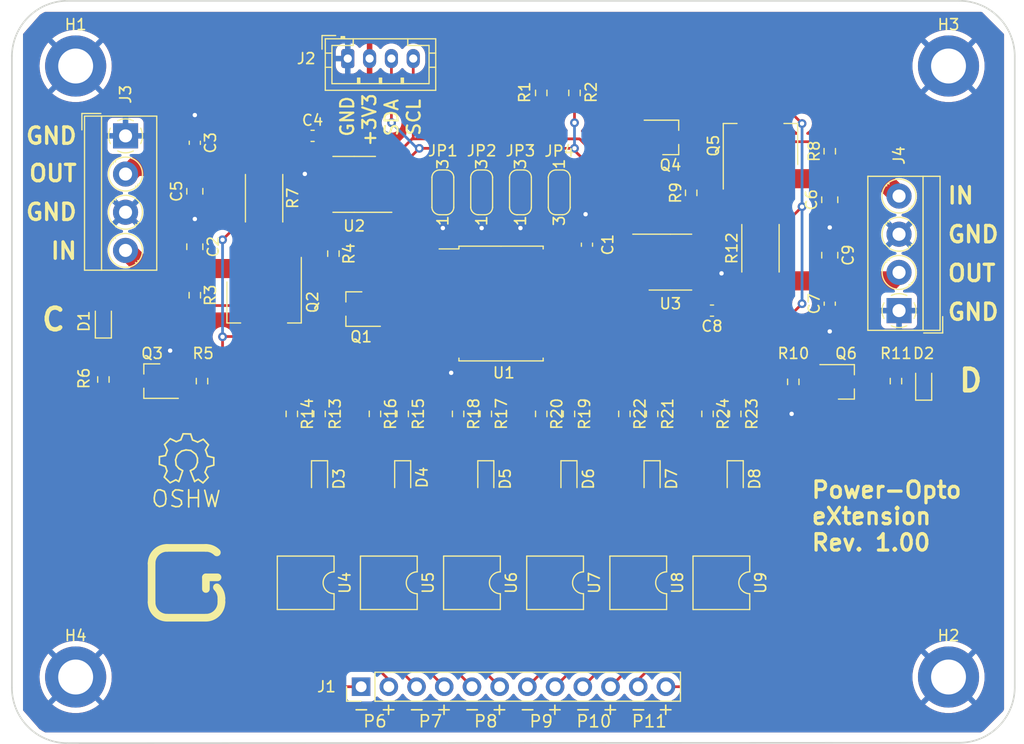
<source format=kicad_pcb>
(kicad_pcb (version 20211014) (generator pcbnew)
  (layers (0 "F.Cu" signal) (31 "B.Cu" signal) (34 "B.Paste" user) (35 "F.Paste" user) (36 "B.SilkS" user "B.Silkscreen") (37 "F.SilkS" user "F.Silkscreen") (38 "B.Mask" user) (39 "F.Mask" user) (44 "Edge.Cuts" user))
  (net 0 "")
  (net 1 "GND")
  (net 2 "+3V3")
  (net 3 "Net-(D3-Pad1)")
  (net 4 "Net-(D4-Pad1)")
  (net 5 "Net-(D5-Pad1)")
  (net 6 "Net-(D6-Pad1)")
  (net 7 "Net-(D7-Pad1)")
  (net 8 "Net-(D8-Pad1)")
  (net 9 "/Power Channel C/IN")
  (net 10 "/Power Channel C/OUT")
  (net 11 "/Power Channel D/IN")
  (net 12 "/Power Channel D/OUT")
  (net 13 "Net-(D1-Pad1)")
  (net 14 "Net-(D2-Pad1)")
  (net 15 "P6-")
  (net 16 "P6+")
  (net 17 "P7-")
  (net 18 "P7+")
  (net 19 "P8-")
  (net 20 "P8+")
  (net 21 "P9-")
  (net 22 "P9+")
  (net 23 "P10-")
  (net 24 "P10+")
  (net 25 "Net-(Q2-Pad1)")
  (net 26 "Net-(Q5-Pad1)")
  (net 27 "P11-")
  (net 28 "Net-(R20-Pad2)")
  (net 29 "Net-(R22-Pad2)")
  (net 30 "Net-(R24-Pad2)")
  (net 31 "P11+")
  (net 32 "Net-(JP1-Pad2)")
  (net 33 "Net-(Q1-Pad3)")
  (net 34 "Net-(Q3-Pad3)")
  (net 35 "Net-(Q4-Pad3)")
  (net 36 "Net-(Q6-Pad3)")
  (net 37 "Net-(JP2-Pad2)")
  (net 38 "Net-(JP3-Pad2)")
  (net 39 "SCL")
  (net 40 "SDA")
  (net 41 "Net-(Q2-Pad2)")
  (net 42 "Net-(Q5-Pad2)")
  (net 43 "/Power Channel C/A1")
  (net 44 "PWRC_EN")
  (net 45 "PWRD_EN")
  (net 46 "P6")
  (net 47 "Net-(R14-Pad2)")
  (net 48 "P7")
  (net 49 "Net-(R16-Pad2)")
  (net 50 "P8")
  (net 51 "Net-(R18-Pad2)")
  (net 52 "P9")
  (net 53 "P10")
  (net 54 "P11")
  (footprint "LED_SMD:LED_0603_1608Metric_Pad1.05x0.95mm_HandSolder" (layer "F.Cu") (at 171.45 109.855 -90)
    (fp_text reference "D7")
    (fp_text value "Yellow")
  )
  (footprint "Resistor_SMD:R_0603_1608Metric_Pad0.98x0.95mm_HandSolder" (layer "F.Cu") (at 171.45 103.9 -90)
    (fp_text reference "R21")
    (fp_text value "1K")
  )
  (footprint "LED_SMD:LED_0603_1608Metric_Pad1.05x0.95mm_HandSolder" (layer "F.Cu") (at 148.59 109.855 -90)
    (fp_text reference "D4")
    (fp_text value "Yellow")
  )
  (footprint "Resistor_SMD:R_0603_1608Metric_Pad0.98x0.95mm_HandSolder" (layer "F.Cu") (at 179.07 103.9 -90)
    (fp_text reference "R23")
    (fp_text value "1K")
  )
  (footprint "LED_SMD:LED_0603_1608Metric_Pad1.05x0.95mm_HandSolder" (layer "F.Cu") (at 156.21 109.855 -90)
    (fp_text reference "D5")
    (fp_text value "Yellow")
  )
  (footprint "LED_SMD:LED_0603_1608Metric_Pad1.05x0.95mm_HandSolder" (layer "F.Cu") (at 163.83 109.855 -90)
    (fp_text reference "D6")
    (fp_text value "Yellow")
  )
  (footprint "LED_SMD:LED_0603_1608Metric_Pad1.05x0.95mm_HandSolder" (layer "F.Cu") (at 179.07 109.855 -90)
    (fp_text reference "D8")
    (fp_text value "Yellow")
  )
  (footprint "Resistor_SMD:R_0603_1608Metric_Pad0.98x0.95mm_HandSolder" (layer "F.Cu") (at 163.83 103.9 -90)
    (fp_text reference "R19")
    (fp_text value "1K")
  )
  (footprint "Resistor_SMD:R_0603_1608Metric_Pad0.98x0.95mm_HandSolder" (layer "F.Cu") (at 140.97 103.9 -90)
    (fp_text reference "R13")
    (fp_text value "1K")
  )
  (footprint "Resistor_SMD:R_0603_1608Metric_Pad0.98x0.95mm_HandSolder" (layer "F.Cu") (at 148.59 103.9 -90)
    (fp_text reference "R15")
    (fp_text value "1K")
  )
  (footprint "Resistor_SMD:R_0603_1608Metric_Pad0.98x0.95mm_HandSolder" (layer "F.Cu") (at 156.21 103.9 -90)
    (fp_text reference "R17")
    (fp_text value "1K")
  )
  (footprint "Resistor_SMD:R_0603_1608Metric_Pad0.98x0.95mm_HandSolder" (layer "F.Cu") (at 175.034 83.63875 90)
    (fp_text reference "R9")
    (fp_text value "47K")
  )
  (footprint "LED_SMD:LED_0603_1608Metric_Pad1.05x0.95mm_HandSolder" (layer "F.Cu") (at 140.97 109.855 -90)
    (fp_text reference "D3")
    (fp_text value "Yellow")
  )
  (footprint "Resistor_SMD:R_0603_1608Metric_Pad0.98x0.95mm_HandSolder" (layer "F.Cu") (at 161.29 103.9 -90)
    (fp_text reference "R20")
    (fp_text value "270")
  )
  (footprint "Resistor_SMD:R_0603_1608Metric_Pad0.98x0.95mm_HandSolder" (layer "F.Cu") (at 176.53 103.9 -90)
    (fp_text reference "R24")
    (fp_text value "270")
  )
  (footprint "Resistor_SMD:R_0603_1608Metric_Pad0.98x0.95mm_HandSolder" (layer "F.Cu") (at 168.91 103.9 -90)
    (fp_text reference "R22")
    (fp_text value "270")
  )
  (footprint "Resistor_SMD:R_0603_1608Metric_Pad0.98x0.95mm_HandSolder" (layer "F.Cu") (at 153.67 103.9 -90)
    (fp_text reference "R18")
    (fp_text value "270")
  )
  (footprint "Resistor_SMD:R_0603_1608Metric_Pad0.98x0.95mm_HandSolder" (layer "F.Cu") (at 146.05 103.9 -90)
    (fp_text reference "R16")
    (fp_text value "270")
  )
  (footprint "Resistor_SMD:R_0603_1608Metric_Pad0.98x0.95mm_HandSolder" (layer "F.Cu") (at 138.43 103.9 -90)
    (fp_text reference "R14")
    (fp_text value "270")
  )
  (footprint "Package_DIP:SMDIP-4_W7.62mm" (layer "F.Cu") (at 177.8 119.38 -90)
    (fp_text reference "U9")
    (fp_text value "HCPL-181")
  )
  (footprint "Package_DIP:SMDIP-4_W7.62mm" (layer "F.Cu") (at 162.56 119.38 -90)
    (fp_text reference "U7")
    (fp_text value "HCPL-181")
  )
  (footprint "Package_DIP:SMDIP-4_W7.62mm" (layer "F.Cu") (at 139.7 119.38 -90)
    (fp_text reference "U4")
    (fp_text value "HCPL-181")
  )
  (footprint "Package_DIP:SMDIP-4_W7.62mm" (layer "F.Cu") (at 170.18 119.38 -90)
    (fp_text reference "U8")
    (fp_text value "HCPL-181")
  )
  (footprint "Package_DIP:SMDIP-4_W7.62mm" (layer "F.Cu") (at 154.94 119.38 -90)
    (fp_text reference "U6")
    (fp_text value "HCPL-181")
  )
  (footprint "Package_DIP:SMDIP-4_W7.62mm" (layer "F.Cu") (at 147.32 119.38 -90)
    (fp_text reference "U5")
    (fp_text value "HCPL-181")
  )
  (footprint "LED_SMD:LED_0603_1608Metric_Pad1.05x0.95mm_HandSolder" (layer "F.Cu") (at 196.342 100.979 90)
    (fp_text reference "D2")
    (fp_text value "Green")
  )
  (footprint "Package_SO:SOIC-8_3.9x4.9mm_P1.27mm" (layer "F.Cu") (at 144.145 82.86275 180)
    (fp_text reference "U2")
    (fp_text value "INA219xID")
  )
  (footprint "Package_TO_SOT_SMD:SOT-223-3_TabPin2" (layer "F.Cu") (at 181.384 79.19375 90)
    (fp_text reference "Q5")
    (fp_text value "NTF6P02")
  )
  (footprint "TerminalBlock_MetzConnect:TerminalBlock_MetzConnect_Type059_RT06304HBWC_1x04_P3.50mm_Horizontal" (layer "F.Cu") (at 194.084 94.43375 90)
    (fp_text reference "J4")
    (fp_text value "Screw_Terminal_01x04")
  )
  (footprint "Resistor_SMD:R_2512_6332Metric_Pad1.40x3.35mm_HandSolder" (layer "F.Cu") (at 181.384 88.71875 90)
    (fp_text reference "R12")
    (fp_text value "0.1 1% 2W")
  )
  (footprint "Capacitor_SMD:C_0805_2012Metric_Pad1.18x1.45mm_HandSolder" (layer "F.Cu") (at 187.734 89.35375 -90)
    (fp_text reference "C9")
    (fp_text value "10µ")
  )
  (footprint "Package_SO:SOIC-8_3.9x4.9mm_P1.27mm" (layer "F.Cu") (at 173.129 89.98875)
    (fp_text reference "U3")
    (fp_text value "INA219xID")
  )
  (footprint "Resistor_SMD:R_0603_1608Metric_Pad0.98x0.95mm_HandSolder" (layer "F.Cu") (at 187.734 79.82875 90)
    (fp_text reference "R8")
    (fp_text value "47K")
  )
  (footprint "Capacitor_SMD:C_0603_1608Metric_Pad1.08x0.95mm_HandSolder" (layer "F.Cu") (at 176.939 94.43375 180)
    (fp_text reference "C8")
    (fp_text value "100n")
  )
  (footprint "Capacitor_SMD:C_0805_2012Metric_Pad1.18x1.45mm_HandSolder" (layer "F.Cu") (at 187.734 84.27375 90)
    (fp_text reference "C6")
    (fp_text value "10µ")
  )
  (footprint "Capacitor_SMD:C_0603_1608Metric_Pad1.08x0.95mm_HandSolder" (layer "F.Cu") (at 187.734 93.79875 90)
    (fp_text reference "C7")
    (fp_text value "100n")
  )
  (footprint "Package_TO_SOT_SMD:SOT-23_Handsoldering" (layer "F.Cu") (at 173.129 78.55875)
    (fp_text reference "Q4")
    (fp_text value "2N7002")
  )
  (footprint "Resistor_SMD:R_0603_1608Metric_Pad0.98x0.95mm_HandSolder" (layer "F.Cu") (at 193.802 100.89675 90)
    (fp_text reference "R11")
    (fp_text value "1K")
  )
  (footprint "Resistor_SMD:R_2512_6332Metric_Pad1.40x3.35mm_HandSolder" (layer "F.Cu") (at 135.89 84.13275 -90)
    (fp_text reference "R7")
    (fp_text value "0.1 1% 2W")
  )
  (footprint "TerminalBlock_MetzConnect:TerminalBlock_MetzConnect_Type059_RT06304HBWC_1x04_P3.50mm_Horizontal" (layer "F.Cu") (at 123.19 78.41775 -90)
    (fp_text reference "J3")
    (fp_text value "Screw_Terminal_01x04")
  )
  (footprint "Package_TO_SOT_SMD:SOT-23_Handsoldering" (layer "F.Cu") (at 125.6265 100.89675 180)
    (fp_text reference "Q3")
    (fp_text value "2N7002")
  )
  (footprint "Capacitor_SMD:C_0805_2012Metric_Pad1.18x1.45mm_HandSolder" (layer "F.Cu") (at 129.54 83.49775 90)
    (fp_text reference "C5")
    (fp_text value "10µ")
  )
  (footprint "Resistor_SMD:R_0603_1608Metric_Pad0.98x0.95mm_HandSolder" (layer "F.Cu") (at 129.54 93.02275 -90)
    (fp_text reference "R3")
    (fp_text value "47K")
  )
  (footprint "Capacitor_SMD:C_0603_1608Metric_Pad1.08x0.95mm_HandSolder" (layer "F.Cu") (at 129.54 79.05275 -90)
    (fp_text reference "C3")
    (fp_text value "100n")
  )
  (footprint "Capacitor_SMD:C_0805_2012Metric_Pad1.18x1.45mm_HandSolder" (layer "F.Cu") (at 129.54 88.57775 -90)
    (fp_text reference "C2")
    (fp_text value "10µ")
  )
  (footprint "Resistor_SMD:R_0603_1608Metric_Pad0.98x0.95mm_HandSolder" (layer "F.Cu") (at 142.24 89.21275 -90)
    (fp_text reference "R4")
    (fp_text value "47K")
  )
  (footprint "Capacitor_SMD:C_0603_1608Metric_Pad1.08x0.95mm_HandSolder" (layer "F.Cu") (at 140.335 78.41775)
    (fp_text reference "C4")
    (fp_text value "100n")
  )
  (footprint "Resistor_SMD:R_0603_1608Metric_Pad0.98x0.95mm_HandSolder" (layer "F.Cu") (at 130.1985 100.89675 90)
    (fp_text reference "R5")
    (fp_text value "100K")
  )
  (footprint "Package_TO_SOT_SMD:SOT-223-3_TabPin2" (layer "F.Cu") (at 135.89 93.65775 -90)
    (fp_text reference "Q2")
    (fp_text value "NTF6P02")
  )
  (footprint "Package_TO_SOT_SMD:SOT-23_Handsoldering" (layer "F.Cu") (at 144.145 94.29275 180)
    (fp_text reference "Q1")
    (fp_text value "2N7002")
  )
  (footprint "Symbols:Symbol_OSHW-Logo_SilkScreen" (layer "F.Cu") (at 128.778 108.204)
    (fp_text reference "OSHW" hide)
    (fp_text value "Symbol_OSHW-Logo_SilkScreen")
  )
  (footprint "LED_SMD:LED_0603_1608Metric_Pad1.05x0.95mm_HandSolder" (layer "F.Cu") (at 121.158 95.28525 90)
    (fp_text reference "D1")
    (fp_text value "Green")
  )
  (footprint "Resistor_SMD:R_0603_1608Metric_Pad0.98x0.95mm_HandSolder" (layer "F.Cu") (at 121.158 100.74625 -90)
    (fp_text reference "R6")
    (fp_text value "1K")
  )
  (footprint "Resistor_SMD:R_0603_1608Metric_Pad0.98x0.95mm_HandSolder" (layer "F.Cu") (at 184.39 100.96275 -90)
    (fp_text reference "R10")
    (fp_text value "100K")
  )
  (footprint "Connector_PinHeader_2.54mm:PinHeader_1x12_P2.54mm_Vertical" (layer "F.Cu") (at 144.78 128.905 90)
    (fp_text reference "J1")
    (fp_text value "Conn_01x12_Male")
  )
  (footprint "Package_TO_SOT_SMD:SOT-23_Handsoldering" (layer "F.Cu") (at 189.23 100.96275)
    (fp_text reference "Q6")
    (fp_text value "2N7002")
  )
  (footprint "MountingHole:MountingHole_3.2mm_M3_DIN965_Pad" (layer "F.Cu") (at 198.618 128.016)
    (fp_text reference "H2")
    (fp_text value "MountingHole_Pad")
  )
  (footprint "MountingHole:MountingHole_3.2mm_M3_DIN965_Pad" (layer "F.Cu") (at 198.618 72.016)
    (fp_text reference "H3")
    (fp_text value "MountingHole_Pad")
  )
  (footprint "MountingHole:MountingHole_3.2mm_M3_DIN965_Pad" (layer "F.Cu") (at 118.618 128.016)
    (fp_text reference "H4")
    (fp_text value "MountingHole_Pad")
  )
  (footprint "MountingHole:MountingHole_3.2mm_M3_DIN965_Pad" (layer "F.Cu") (at 118.618 72.016)
    (fp_text reference "H1")
    (fp_text value "MountingHole_Pad")
  )
  (footprint "Connector_JST:JST_PH_B4B-PH-K_1x04_P2.00mm_Vertical" (layer "F.Cu") (at 143.558 71.332)
    (fp_text reference "J2")
    (fp_text value "Conn_01x04_Male")
  )
  (footprint "geert:Glider_bvba_G_Medium" (layer "F.Cu") (at 128.778 119.38)
    (fp_text reference "Glider" hide)
    (fp_text value "Glider logo")
  )
  (footprint "Jumper:SolderJumper-3_P1.3mm_Bridged12_RoundedPad1.0x1.5mm_NumberLabels" (layer "F.Cu") (at 162.941 83.59475 -90)
    (fp_text reference "JP4")
    (fp_text value "SolderJumper_3_Bridged12")
  )
  (footprint "Resistor_SMD:R_0603_1608Metric_Pad0.98x0.95mm_HandSolder" (layer "F.Cu") (at 164.338 74.48075 -90)
    (fp_text reference "R2")
    (fp_text value "4K7")
  )
  (footprint "Jumper:SolderJumper-3_P1.3mm_Bridged12_RoundedPad1.0x1.5mm_NumberLabels" (layer "F.Cu") (at 152.273 83.59475 90)
    (fp_text reference "JP1")
    (fp_text value "SolderJumper_3_Bridged12")
  )
  (footprint "Jumper:SolderJumper-3_P1.3mm_Bridged12_RoundedPad1.0x1.5mm_NumberLabels" (layer "F.Cu") (at 159.385 83.59475 90)
    (fp_text reference "JP3")
    (fp_text value "SolderJumper_3_Bridged12")
  )
  (footprint "Resistor_SMD:R_0603_1608Metric_Pad0.98x0.95mm_HandSolder" (layer "F.Cu") (at 161.29 74.48075 -90)
    (fp_text reference "R1")
    (fp_text value "4K7")
  )
  (footprint "Capacitor_SMD:C_0603_1608Metric_Pad1.08x0.95mm_HandSolder" (layer "F.Cu") (at 165.481 88.392 90)
    (fp_text reference "C1")
    (fp_text value "100n")
  )
  (footprint "Package_SO:SOIC-16W_7.5x10.3mm_P1.27mm" (layer "F.Cu") (at 157.607 93.78475)
    (fp_text reference "U1")
    (fp_text value "PCF8574")
  )
  (footprint "Jumper:SolderJumper-3_P1.3mm_Bridged12_RoundedPad1.0x1.5mm_NumberLabels" (layer "F.Cu") (at 155.829 83.59475 90)
    (fp_text reference "JP2")
    (fp_text value "SolderJumper_3_Bridged12")
  )
  (gr_line (start 204.687898 128.959796) (end 204.687898 71.12) (layer "Edge.Cuts") (width 0.15))
  (gr_arc (start 117.855998 134.075898) (mid 114.263896 132.588) (end 112.775998 128.995898) (layer "Edge.Cuts") (width 0.15))
  (gr_arc (start 204.687898 128.959796) (mid 203.2 132.551898) (end 199.607898 134.039796) (layer "Edge.Cuts") (width 0.15))
  (gr_line (start 117.856 66.04) (end 199.607898 66.04) (layer "Edge.Cuts") (width 0.15))
  (gr_line (start 117.855998 134.075898) (end 199.607898 134.039796) (layer "Edge.Cuts") (width 0.15))
  (gr_arc (start 112.776 71.083898) (mid 114.287069 67.525654) (end 117.856 66.04) (layer "Edge.Cuts") (width 0.15))
  (gr_line (start 112.776 71.083898) (end 112.775998 128.995898) (layer "Edge.Cuts") (width 0.15))
  (gr_arc (start 199.607898 66.04) (mid 203.2 67.527898) (end 204.687898 71.12) (layer "Edge.Cuts") (width 0.15))
  (gr_text "IN\n" (at 118.872 88.95875) (layer "F.SilkS") (effects (font (size 1.5 1.5) (thickness 0.3)) (justify right)))
  (gr_text "OUT\n" (at 118.872 81.84675) (layer "F.SilkS") (effects (font (size 1.5 1.5) (thickness 0.3)) (justify right)))
  (gr_text "GND" (at 198.402 87.44875) (layer "F.SilkS") (effects (font (size 1.5 1.5) (thickness 0.3)) (justify left)))
  (gr_text "OUT" (at 198.402 91.00475) (layer "F.SilkS") (effects (font (size 1.5 1.5) (thickness 0.3)) (justify left)))
  (gr_text "GND" (at 143.51 74.676 90) (layer "F.SilkS") (effects (font (size 1.2 1.2) (thickness 0.2)) (justify right)))
  (gr_text "SCL" (at 149.606 74.93 90) (layer "F.SilkS") (effects (font (size 1.2 1.2) (thickness 0.2)) (justify right)))
  (gr_text "GND" (at 118.872 78.41775) (layer "F.SilkS") (effects (font (size 1.5 1.5) (thickness 0.3)) (justify right)))
  (gr_text "- +" (at 146.05 130.937) (layer "F.SilkS") (effects (font (size 1.1 1.25))))
  (gr_text "P7" (at 151.13 132.08) (layer "F.SilkS") (effects (font (size 1.1 1.1))))
  (gr_text "- +" (at 151.13 130.937) (layer "F.SilkS") (effects (font (size 1.1 1.25))))
  (gr_text "- +" (at 171.45 130.937) (layer "F.SilkS") (effects (font (size 1.1 1.25))))
  (gr_text "P10" (at 166.116 132.08) (layer "F.SilkS") (effects (font (size 1.1 1.1))))
  (gr_text "P11" (at 171.196 132.08) (layer "F.SilkS") (effects (font (size 1.1 1.1))))
  (gr_text "P6" (at 146.05 132.08) (layer "F.SilkS") (effects (font (size 1.1 1.1))))
  (gr_text "GND" (at 198.402 94.56075) (layer "F.SilkS") (effects (font (size 1.5 1.5) (thickness 0.3)) (justify left)))
  (gr_text "GND" (at 118.872 85.40275) (layer "F.SilkS") (effects (font (size 1.5 1.5) (thickness 0.3)) (justify right)))
  (gr_text "C" (at 116.586 95.25) (layer "F.SilkS") (effects (font (size 2 2) (thickness 0.4))))
  (gr_text "P8" (at 156.21 132.08) (layer "F.SilkS") (effects (font (size 1.1 1.1))))
  (gr_text "IN" (at 198.402 83.89275) (layer "F.SilkS") (effects (font (size 1.5 1.5) (thickness 0.3)) (justify left)))
  (gr_text "- +" (at 156.21 130.937) (layer "F.SilkS") (effects (font (size 1.1 1.25))))
  (gr_text "+3V3" (at 145.542 74.422 90) (layer "F.SilkS") (effects (font (size 1.2 1.2) (thickness 0.2)) (justify right)))
  (gr_text "Power-Opto\neXtension\nRev. 1.00" (at 185.928 113.284) (layer "F.SilkS") (effects (font (size 1.5 1.5) (thickness 0.3)) (justify left)))
  (gr_text "- +" (at 161.29 130.937) (layer "F.SilkS") (effects (font (size 1.1 1.25))))
  (gr_text "P9" (at 161.29 132.08) (layer "F.SilkS") (effects (font (size 1.1 1.1))))
  (gr_text "SDA" (at 147.574 74.93 90) (layer "F.SilkS") (effects (font (size 1.2 1.2) (thickness 0.2)) (justify right)))
  (gr_text "- +" (at 166.37 130.937) (layer "F.SilkS") (effects (font (size 1.1 1.25))))
  (gr_text "D" (at 200.66 100.838) (layer "F.SilkS") (effects (font (size 2 2) (thickness 0.4))))
  (segment (start 177.418998 90.62375) (end 177.813999 91.018751) (width 0.25) (layer "F.Cu") (net 1))
  (segment (start 175.829 90.62375) (end 177.418998 90.62375) (width 0.25) (layer "F.Cu") (net 1))
  (segment (start 141.606298 82.29955) (end 140.0163 82.29955) (width 0.25) (layer "F.Cu") (net 1))
  (segment (start 139.621299 78.429551) (end 139.621299 81.338864) (width 0.25) (layer "F.Cu") (net 1))
  (segment (start 140.0163 82.29955) (end 139.621299 81.904549) (width 0.25) (layer "F.Cu") (net 1))
  (segment (start 139.621299 81.338864) (end 139.621299 81.904549) (width 0.25) (layer "F.Cu") (net 1))
  (segment (start 184.465 101.91275) (end 184.39 101.83775) (width 0.25) (layer "F.Cu") (net 1))
  (segment (start 164.65075 84.89475) (end 162.941 84.89475) (width 0.25) (layer "F.Cu") (net 1))
  (segment (start 155.829 84.89475) (end 155.829 86.868) (width 0.25) (layer "F.Cu") (net 1))
  (segment (start 165.354 85.598) (end 165.481 85.725) (width 0.25) (layer "F.Cu") (net 1))
  (segment (start 184.239 102.07775) (end 184.239 103.89775) (width 0.25) (layer "F.Cu") (net 1))
  (segment (start 144.78 83.49775) (end 145.82 83.49775) (width 0.25) (layer "F.Cu") (net 1))
  (segment (start 165.354 85.598) (end 164.65075 84.89475) (width 0.25) (layer "F.Cu") (net 1))
  (segment (start 187.734 88.32875) (end 187.734 86.81375) (width 0.25) (layer "F.Cu") (net 1))
  (segment (start 145.82 83.49775) (end 146.845 83.49775) (width 0.25) (layer "F.Cu") (net 1))
  (segment (start 152.273 84.89475) (end 152.273 86.868) (width 0.25) (layer "F.Cu") (net 1))
  (segment (start 127.1265 99.94675) (end 130.161 99.94675) (width 0.25) (layer "F.Cu") (net 1))
  (segment (start 187.734 94.67375) (end 187.734 96.33875) (width 0.25) (layer "F.Cu") (net 1))
  (segment (start 187.734 85.29875) (end 187.734 86.81375) (width 0.25) (layer "F.Cu") (net 1))
  (segment (start 165.481 85.725) (end 165.481 87.08025) (width 0.25) (layer "F.Cu") (net 1))
  (segment (start 129.54 87.55275) (end 129.54 86.03775) (width 0.25) (layer "F.Cu") (net 1))
  (segment (start 143.51 82.22775) (end 144.78 83.49775) (width 0.25) (layer "F.Cu") (net 1))
  (segment (start 152.957 100.05675) (end 152.957 98.22975) (width 0.25) (layer "F.Cu") (net 1))
  (segment (start 141.445 82.22775) (end 143.51 82.22775) (width 0.25) (layer "F.Cu") (net 1))
  (segment (start 159.385 84.89475) (end 159.385 86.868) (width 0.25) (layer "F.Cu") (net 1))
  (segment (start 187.97 101.91275) (end 184.465 101.91275) (width 0.25) (layer "F.Cu") (net 1))
  (segment (start 177.814 94.43375) (end 177.813999 91.018751) (width 0.25) (layer "F.Cu") (net 1))
  (segment (start 127.254 98.12675) (end 127.278 98.10275) (width 0.25) (layer "F.Cu") (net 1))
  (segment (start 127.2165 99.94675) (end 127.254 99.98425) (width 0.25) (layer "F.Cu") (net 1))
  (segment (start 127.254 99.98425) (end 127.254 98.12675) (width 0.25) (layer "F.Cu") (net 1))
  (segment (start 129.54 84.52275) (end 129.54 86.03775) (width 0.25) (layer "F.Cu") (net 1))
  (segment (start 129.54 78.17775) (end 129.54 76.51275) (width 0.25) (layer "F.Cu") (net 1))
  (segment (start 153.035 100.13475) (end 152.957 100.05675) (width 0.25) (layer "F.Cu") (net 1))
  (segment (start 184.404 101.91275) (end 184.239 102.07775) (width 0.25) (layer "F.Cu") (net 1))
  (via (at 177.813999 91.018751) (size 0.8) (drill 0.4) (layers "F.Cu" "B.Cu") (net 1))
  (via (at 139.621299 81.904549) (size 0.8) (drill 0.4) (layers "F.Cu" "B.Cu") (net 1))
  (via (at 152.273 86.868) (size 0.8) (drill 0.4) (layers "F.Cu" "B.Cu") (net 1))
  (via (at 153.035 100.13475) (size 0.8) (drill 0.4) (layers "F.Cu" "B.Cu") (net 1))
  (via (at 129.54 86.03775) (size 0.8) (drill 0.4) (layers "F.Cu" "B.Cu") (net 1))
  (via (at 155.829 86.868) (size 0.8) (drill 0.4) (layers "F.Cu" "B.Cu") (net 1))
  (via (at 165.354 85.598) (size 0.8) (drill 0.4) (layers "F.Cu" "B.Cu") (net 1))
  (via (at 127.278 98.10275) (size 0.8) (drill 0.4) (layers "F.Cu" "B.Cu") (net 1))
  (via (at 187.734 86.81375) (size 0.8) (drill 0.4) (layers "F.Cu" "B.Cu") (net 1))
  (via (at 159.385 86.868) (size 0.8) (drill 0.4) (layers "F.Cu" "B.Cu") (net 1))
  (via (at 129.54 76.51275) (size 0.8) (drill 0.4) (layers "F.Cu" "B.Cu") (net 1))
  (via (at 187.734 96.33875) (size 0.8) (drill 0.4) (layers "F.Cu" "B.Cu") (net 1))
  (via (at 184.239 103.89775) (size 0.8) (drill 0.4) (layers "F.Cu" "B.Cu") (net 1))
  (segment (start 171.45 113.03) (end 171.45 110.6675) (width 0.25) (layer "F.Cu") (net 2))
  (segment (start 179.07 115.57) (end 179.07 113.03) (width 0.25) (layer "F.Cu") (net 2))
  (segment (start 140.97 115.57) (end 140.97 110.6675) (width 0.25) (layer "F.Cu") (net 2))
  (segment (start 156.21 115.57) (end 156.21 110.6675) (width 0.25) (layer "F.Cu") (net 2))
  (segment (start 141.605 78.81275) (end 141.21 78.41775) (width 0.25) (layer "F.Cu") (net 2))
  (segment (start 163.83 115.57) (end 163.83 110.6675) (width 0.25) (layer "F.Cu") (net 2))
  (segment (start 176.064 94.43375) (end 176.064 92.12875) (width 0.25) (layer "F.Cu") (net 2))
  (segment (start 162.257 89.33975) (end 165.39575 89.33975) (width 0.25) (layer "F.Cu") (net 2))
  (segment (start 141.605 81.028252) (end 141.605 78.81275) (width 0.25) (layer "F.Cu") (net 2))
  (segment (start 179.07 113.03) (end 179.07 110.6675) (width 0.25) (layer "F.Cu") (net 2))
  (segment (start 171.45 115.57) (end 171.45 113.03) (width 0.25) (layer "F.Cu") (net 2))
  (segment (start 148.59 115.57) (end 148.59 110.6675) (width 0.25) (layer "F.Cu") (net 2))
  (segment (start 176.064 92.12875) (end 175.829 91.89375) (width 0.25) (layer "F.Cu") (net 2))
  (segment (start 165.39575 89.33975) (end 165.481 89.2545) (width 0.25) (layer "F.Cu") (net 2))
  (segment (start 141.606298 81.02955) (end 141.605 81.028252) (width 0.25) (layer "F.Cu") (net 2))
  (segment (start 140.97 104.775) (end 140.97 109.0425) (width 0.25) (layer "F.Cu") (net 3))
  (segment (start 148.59 104.775) (end 148.59 109.0425) (width 0.25) (layer "F.Cu") (net 4))
  (segment (start 156.21 104.775) (end 156.21 109.0425) (width 0.25) (layer "F.Cu") (net 5))
  (segment (start 163.83 104.775) (end 163.83 109.0425) (width 0.25) (layer "F.Cu") (net 6))
  (segment (start 171.45 104.775) (end 171.45 109.0425) (width 0.25) (layer "F.Cu") (net 7))
  (segment (start 179.07 104.775) (end 179.07 109.0425) (width 0.25) (layer "F.Cu") (net 8))
  (segment (start 133.751298 90.57955) (end 130.336298 90.57955) (width 1.75) (layer "F.Cu") (net 9))
  (segment (start 129.701298 90.57955) (end 124.941298 90.57955) (width 1.75) (layer "F.Cu") (net 9))
  (segment (start 124.941298 90.57955) (end 123.351298 88.98955) (width 1.75) (layer "F.Cu") (net 9))
  (segment (start 129.701298 90.57955) (end 129.54 90.418252) (width 0.25) (layer "F.Cu") (net 9))
  (segment (start 129.54 90.418252) (end 129.54 89.60275) (width 0.25) (layer "F.Cu") (net 9))
  (segment (start 129.701298 90.57955) (end 129.701298 92.21955) (width 0.25) (layer "F.Cu") (net 9))
  (segment (start 124.123798 81.21705) (end 123.351298 81.98955) (width 1.75) (layer "F.Cu") (net 10))
  (segment (start 129.701298 81.21705) (end 124.123798 81.21705) (width 1.75) (layer "F.Cu") (net 10))
  (segment (start 136.051298 81.21705) (end 130.336298 81.21705) (width 1.75) (layer "F.Cu") (net 10))
  (segment (start 141.606298 83.56955) (end 139.3908 83.56955) (width 0.25) (layer "F.Cu") (net 10))
  (segment (start 129.54 82.47275) (end 129.54 81.378348) (width 0.25) (layer "F.Cu") (net 10))
  (segment (start 129.54 79.92775) (end 129.54 82.47275) (width 0.25) (layer "F.Cu") (net 10))
  (segment (start 137.0383 81.21705) (end 136.051298 81.21705) (width 0.25) (layer "F.Cu") (net 10))
  (segment (start 129.54 81.378348) (end 129.701298 81.21705) (width 0.25) (layer "F.Cu") (net 10))
  (segment (start 139.3908 83.56955) (end 137.0383 81.21705) (width 0.25) (layer "F.Cu") (net 10))
  (segment (start 187.734 82.34375) (end 187.734 80.70375) (width 0.25) (layer "F.Cu") (net 11))
  (segment (start 187.734 82.34375) (end 187.734 83.24875) (width 1.75) (layer "F.Cu") (net 11))
  (segment (start 192.494 82.34375) (end 194.084 83.93375) (width 1.75) (layer "F.Cu") (net 11))
  (segment (start 183.684 82.34375) (end 187.099 82.34375) (width 1.75) (layer "F.Cu") (net 11))
  (segment (start 187.734 82.34375) (end 192.494 82.34375) (width 1.75) (layer "F.Cu") (net 11))
  (segment (start 187.734 92.92375) (end 187.734 91.70625) (width 1.75) (layer "F.Cu") (net 12))
  (segment (start 193.3115 91.70625) (end 194.084 90.93375) (width 1.75) (layer "F.Cu") (net 12))
  (segment (start 175.829 89.35375) (end 178.082 89.35375) (width 0.25) (layer "F.Cu") (net 12))
  (segment (start 187.734 91.70625) (end 193.3115 91.70625) (width 1.75) (layer "F.Cu") (net 12))
  (segment (start 181.384 91.70625) (end 187.099 91.70625) (width 1.75) (layer "F.Cu") (net 12))
  (segment (start 178.082 89.35375) (end 180.4345 91.70625) (width 0.25) (layer "F.Cu") (net 12))
  (segment (start 187.734 91.70625) (end 187.734 90.37875) (width 1.75) (layer "F.Cu") (net 12))
  (segment (start 180.4345 91.70625) (end 181.384 91.70625) (width 0.25) (layer "F.Cu") (net 12))
  (segment (start 121.158 96.16025) (end 121.158 99.83375) (width 0.25) (layer "F.Cu") (net 13))
  (segment (start 196.29725 101.80925) (end 196.342 101.854) (width 0.25) (layer "F.Cu") (net 14))
  (segment (start 193.802 101.80925) (end 196.29725 101.80925) (width 0.25) (layer "F.Cu") (net 14))
  (segment (start 143.68 128.905) (end 144.78 128.905) (width 0.25) (layer "F.Cu") (net 15))
  (segment (start 138.43 124.44) (end 142.895 128.905) (width 0.25) (layer "F.Cu") (net 15))
  (segment (start 142.895 128.905) (end 143.68 128.905) (width 0.25) (layer "F.Cu") (net 15))
  (segment (start 138.43 123.19) (end 138.43 124.44) (width 0.25) (layer "F.Cu") (net 15))
  (segment (start 147.32 128.27) (end 142.24 123.19) (width 0.25) (layer "F.Cu") (net 16))
  (segment (start 147.32 128.905) (end 147.32 128.27) (width 0.25) (layer "F.Cu") (net 16))
  (segment (start 142.24 123.19) (end 142.11 123.19) (width 0.25) (layer "F.Cu") (net 16))
  (segment (start 142.11 123.19) (end 140.97 123.19) (width 0.25) (layer "F.Cu") (net 16))
  (segment (start 146.05 125.095) (end 149.86 128.905) (width 0.25) (layer "F.Cu") (net 17))
  (segment (start 146.05 123.19) (end 146.05 125.095) (width 0.25) (layer "F.Cu") (net 17))
  (segment (start 148.59 123.19) (end 148.59 125.095) (width 0.25) (layer "F.Cu") (net 18))
  (segment (start 148.59 125.095) (end 152.4 128.905) (width 0.25) (layer "F.Cu") (net 18))
  (segment (start 153.67 127.635) (end 154.94 128.905) (width 0.25) (layer "F.Cu") (net 19))
  (segment (start 153.67 123.19) (end 153.67 127.635) (width 0.25) (layer "F.Cu") (net 19))
  (segment (start 156.21 127.635) (end 157.48 128.905) (width 0.25) (layer "F.Cu") (net 20))
  (segment (start 156.21 123.19) (end 156.21 127.635) (width 0.25) (layer "F.Cu") (net 20))
  (segment (start 161.29 127.635) (end 160.02 128.905) (width 0.25) (layer "F.Cu") (net 21))
  (segment (start 161.29 123.19) (end 161.29 127.635) (width 0.25) (layer "F.Cu") (net 21))
  (segment (start 163.83 123.19) (end 163.83 127.635) (width 0.25) (layer "F.Cu") (net 22))
  (segment (start 163.83 127.635) (end 162.56 128.905) (width 0.25) (layer "F.Cu") (net 22))
  (segment (start 168.91 123.19) (end 168.91 125.095) (width 0.25) (layer "F.Cu") (net 23))
  (segment (start 168.91 125.095) (end 165.1 128.905) (width 0.25) (layer "F.Cu") (net 23))
  (segment (start 171.45 125.095) (end 167.64 128.905) (width 0.25) (layer "F.Cu") (net 24))
  (segment (start 171.45 123.19) (end 171.45 125.095) (width 0.25) (layer "F.Cu") (net 24))
  (segment (start 140.271298 88.40955) (end 138.351298 90.32955) (width 0.25) (layer "F.Cu") (net 25))
  (segment (start 142.401298 88.40955) (end 140.271298 88.40955) (width 0.25) (layer "F.Cu") (net 25))
  (segment (start 135.211298 93.96955) (end 138.351298 90.82955) (width 0.25) (layer "F.Cu") (net 25))
  (segment (start 138.351298 90.32955) (end 138.351298 90.57955) (width 0.25) (layer "F.Cu") (net 25))
  (segment (start 129.701298 93.96955) (end 135.211298 93.96955) (width 0.25) (layer "F.Cu") (net 25))
  (segment (start 138.351298 90.82955) (end 138.351298 90.57955) (width 0.25) (layer "F.Cu") (net 25))
  (segment (start 182.224 78.95375) (end 179.084 82.09375) (width 0.25) (layer "F.Cu") (net 26))
  (segment (start 179.084 82.09375) (end 179.084 82.34375) (width 0.25) (layer "F.Cu") (net 26))
  (segment (start 177.164 84.51375) (end 179.084 82.59375) (width 0.25) (layer "F.Cu") (net 26))
  (segment (start 175.034 84.51375) (end 177.164 84.51375) (width 0.25) (layer "F.Cu") (net 26))
  (segment (start 179.084 82.59375) (end 179.084 82.34375) (width 0.25) (layer "F.Cu") (net 26))
  (segment (start 187.734 78.95375) (end 182.224 78.95375) (width 0.25) (layer "F.Cu") (net 26))
  (segment (start 175.26 123.19) (end 176.53 123.19) (width 0.25) (layer "F.Cu") (net 27))
  (segment (start 170.18 128.27) (end 175.26 123.19) (width 0.25) (layer "F.Cu") (net 27))
  (segment (start 170.18 128.905) (end 170.18 128.27) (width 0.25) (layer "F.Cu") (net 27))
  (segment (start 161.29 115.57) (end 161.29 114.32) (width 0.25) (layer "F.Cu") (net 28))
  (segment (start 161.29 114.32) (end 161.29 104.775) (width 0.25) (layer "F.Cu") (net 28))
  (segment (start 168.91 104.775) (end 168.91 115.57) (width 0.25) (layer "F.Cu") (net 29))
  (segment (start 176.53 115.57) (end 176.53 114.32) (width 0.25) (layer "F.Cu") (net 30))
  (segment (start 176.53 114.32) (end 176.53 104.775) (width 0.25) (layer "F.Cu") (net 30))
  (segment (start 179.07 123.19) (end 179.07 124.44) (width 0.25) (layer "F.Cu") (net 31))
  (segment (start 173.922081 128.905) (end 172.72 128.905) (width 0.25) (layer "F.Cu") (net 31))
  (segment (start 174.605 128.905) (end 173.922081 128.905) (width 0.25) (layer "F.Cu") (net 31))
  (segment (start 179.07 124.44) (end 174.605 128.905) (width 0.25) (layer "F.Cu") (net 31))
  (segment (start 152.273 83.59475) (end 151.795 83.59475) (width 0.25) (layer "F.Cu") (net 32))
  (segment (start 150.495 87.68875) (end 152.146 89.33975) (width 0.25) (layer "F.Cu") (net 32))
  (segment (start 152.146 89.33975) (end 152.957 89.33975) (width 0.25) (layer "F.Cu") (net 32))
  (segment (start 151.795 83.59475) (end 150.495 84.89475) (width 0.25) (layer "F.Cu") (net 32))
  (segment (start 150.495 84.89475) (end 150.495 87.68875) (width 0.25) (layer "F.Cu") (net 32))
  (segment (start 142.401298 90.15955) (end 142.401298 93.95955) (width 0.25) (layer "F.Cu") (net 33))
  (segment (start 142.401298 93.95955) (end 142.806298 94.36455) (width 0.25) (layer "F.Cu") (net 33))
  (segment (start 122.174 100.89675) (end 124.1265 100.89675) (width 0.25) (layer "F.Cu") (net 34))
  (segment (start 121.412 101.65875) (end 122.174 100.89675) (width 0.25) (layer "F.Cu") (net 34))
  (segment (start 121.158 101.65875) (end 121.412 101.65875) (width 0.25) (layer "F.Cu") (net 34))
  (segment (start 175.034 82.76375) (end 175.034 78.96375) (width 0.25) (layer "F.Cu") (net 35))
  (segment (start 175.034 78.96375) (end 174.629 78.55875) (width 0.25) (layer "F.Cu") (net 35))
  (segment (start 192.26375 100.96275) (end 190.73 100.96275) (width 0.25) (layer "F.Cu") (net 36))
  (segment (start 193.802 99.98425) (end 193.24225 99.98425) (width 0.25) (layer "F.Cu") (net 36))
  (segment (start 193.24225 99.98425) (end 192.26375 100.96275) (width 0.25) (layer "F.Cu") (net 36))
  (segment (start 153.924 90.60975) (end 154.813 89.72075) (width 0.25) (layer "F.Cu") (net 37))
  (segment (start 155.351 83.59475) (end 155.829 83.59475) (width 0.25) (layer "F.Cu") (net 37))
  (segment (start 154.051 84.89475) (end 155.351 83.59475) (width 0.25) (layer "F.Cu") (net 37))
  (segment (start 154.813 88.45075) (end 154.051 87.68875) (width 0.25) (layer "F.Cu") (net 37))
  (segment (start 152.957 90.60975) (end 153.924 90.60975) (width 0.25) (layer "F.Cu") (net 37))
  (segment (start 154.813 89.72075) (end 154.813 88.45075) (width 0.25) (layer "F.Cu") (net 37))
  (segment (start 154.051 87.68875) (end 154.051 84.89475) (width 0.25) (layer "F.Cu") (net 37))
  (segment (start 152.957 91.87975) (end 153.924 91.87975) (width 0.25) (layer "F.Cu") (net 38))
  (segment (start 153.924 91.87975) (end 157.607 88.19675) (width 0.25) (layer "F.Cu") (net 38))
  (segment (start 157.607 84.89475) (end 158.907 83.59475) (width 0.25) (layer "F.Cu") (net 38))
  (segment (start 158.907 83.59475) (end 159.385 83.59475) (width 0.25) (layer "F.Cu") (net 38))
  (segment (start 157.607 88.19675) (end 157.607 84.89475) (width 0.25) (layer "F.Cu") (net 38))
  (segment (start 149.45884 78.69191) (end 147.193 80.95775) (width 0.25) (layer "F.Cu") (net 39))
  (segment (start 162.271 91.89375) (end 162.257 91.87975) (width 0.25) (layer "F.Cu") (net 39))
  (segment (start 149.45884 78.69191) (end 161.08409 78.69191) (width 0.25) (layer "F.Cu") (net 39))
  (segment (start 161.29 78.486) (end 161.08409 78.69191) (width 0.25) (layer "F.Cu") (net 39))
  (segment (start 149.558 78.59275) (end 149.45884 78.69191) (width 0.25) (layer "F.Cu") (net 39))
  (segment (start 171.337 91.89375) (end 173.115 90.11575) (width 0.25) (layer "F.Cu") (net 39))
  (segment (start 173.115 90.11575) (end 173.115 87.009) (width 0.25) (layer "F.Cu") (net 39))
  (segment (start 147.193 80.95775) (end 146.62 80.95775) (width 0.25) (layer "F.Cu") (net 39))
  (segment (start 149.558 71.332) (end 149.558 78.59275) (width 0.25) (layer "F.Cu") (net 39))
  (segment (start 170.654 91.89375) (end 162.271 91.89375) (width 0.25) (layer "F.Cu") (net 39))
  (segment (start 161.08409 78.69191) (end 164.79791 78.69191) (width 0.25) (layer "F.Cu") (net 39))
  (segment (start 161.29 75.39325) (end 161.29 78.486) (width 0.25) (layer "F.Cu") (net 39))
  (segment (start 173.115 87.009) (end 164.79791 78.69191) (width 0.25) (layer "F.Cu") (net 39))
  (segment (start 162.271 90.62375) (end 162.257 90.60975) (width 0.25) (layer "F.Cu") (net 40))
  (segment (start 150.114 79.56075) (end 147.447 82.22775) (width 0.25) (layer "F.Cu") (net 40))
  (segment (start 147.447 82.22775) (end 146.62 82.22775) (width 0.25) (layer "F.Cu") (net 40))
  (segment (start 164.338 79.56075) (end 164.338 79.756) (width 0.25) (layer "F.Cu") (net 40))
  (segment (start 170.654 90.62375) (end 162.271 90.62375) (width 0.25) (layer "F.Cu") (net 40))
  (segment (start 164.338 79.56075) (end 150.114 79.56075) (width 0.25) (layer "F.Cu") (net 40))
  (segment (start 164.338 79.756) (end 172.353 87.771) (width 0.25) (layer "F.Cu") (net 40))
  (segment (start 172.353 89.60775) (end 171.337 90.62375) (width 0.25) (layer "F.Cu") (net 40))
  (segment (start 172.353 87.771) (end 172.353 89.60775) (width 0.25) (layer "F.Cu") (net 40))
  (segment (start 147.574 77.216) (end 147.558 77.2) (width 0.25) (layer "F.Cu") (net 40))
  (segment (start 147.558 77.2) (end 147.558 71.332) (width 0.25) (layer "F.Cu") (net 40))
  (segment (start 164.338 75.39325) (end 164.338 77.216) (width 0.25) (layer "F.Cu") (net 40))
  (via (at 164.338 79.56075) (size 0.8) (drill 0.4) (layers "F.Cu" "B.Cu") (net 40))
  (via (at 147.574 77.216) (size 0.8) (drill 0.4) (layers "F.Cu" "B.Cu") (net 40))
  (via (at 150.114 79.56075) (size 0.8) (drill 0.4) (layers "F.Cu" "B.Cu") (net 40))
  (via (at 164.338 77.216) (size 0.8) (drill 0.4) (layers "F.Cu" "B.Cu") (net 40))
  (segment (start 164.338 77.216) (end 164.338 79.56075) (width 0.25) (layer "B.Cu") (net 40))
  (segment (start 149.91875 79.56075) (end 147.574 77.216) (width 0.25) (layer "B.Cu") (net 40))
  (segment (start 150.114 79.56075) (end 149.91875 79.56075) (width 0.25) (layer "B.Cu") (net 40))
  (segment (start 136.051298 90.57955) (end 136.051298 87.19205) (width 1.75) (layer "F.Cu") (net 41))
  (segment (start 132.08 100.13475) (end 130.4055 101.80925) (width 0.25) (layer "F.Cu") (net 41))
  (segment (start 132.08 96.83275) (end 132.08 100.13475) (width 0.25) (layer "F.Cu") (net 41))
  (segment (start 132.9025 87.12025) (end 132.08 87.94275) (width 0.25) (layer "F.Cu") (net 41))
  (segment (start 132.08 96.83275) (end 132.105 96.80775) (width 0.25) (layer "F.Cu") (net 41))
  (segment (start 139.2472 84.83955) (end 136.8947 87.19205) (width 0.25) (layer "F.Cu") (net 41))
  (segment (start 132.105 96.80775) (end 135.89 96.80775) (width 0.25) (layer "F.Cu") (net 41))
  (segment (start 141.606298 84.83955) (end 139.2472 84.83955) (width 0.25) (layer "F.Cu") (net 41))
  (segment (start 130.161 101.84675) (end 130.1985 101.80925) (width 0.25) (layer "F.Cu") (net 41))
  (segment (start 127.1265 101.84675) (end 130.161 101.84675) (width 0.25) (layer "F.Cu") (net 41))
  (segment (start 130.4055 101.80925) (end 130.1985 101.80925) (width 0.25) (layer "F.Cu") (net 41))
  (segment (start 135.89 87.12025) (end 132.9025 87.12025) (width 0.25) (layer "F.Cu") (net 41))
  (segment (start 130.302 101.91275) (end 130.1985 101.80925) (width 0.25) (layer "F.Cu") (net 41))
  (segment (start 136.8947 87.19205) (end 136.051298 87.19205) (width 0.25) (layer "F.Cu") (net 41))
  (via (at 132.08 96.83275) (size 0.8) (drill 0.4) (layers "F.Cu" "B.Cu") (net 41))
  (via (at 132.08 87.94275) (size 0.8) (drill 0.4) (layers "F.Cu" "B.Cu") (net 41))
  (segment (start 132.08 87.94275) (end 132.08 96.83275) (width 0.25) (layer "B.Cu") (net 41))
  (segment (start 185.194 77.28875) (end 183.949 76.04375) (width 0.25) (layer "F.Cu") (net 42))
  (segment (start 184.418 100.02225) (end 184.39 100.05025) (width 0.25) (layer "F.Cu") (net 42))
  (segment (start 181.384 85.73125) (end 184.3715 85.73125) (width 0.25) (layer "F.Cu") (net 42))
  (segment (start 184.3715 85.73125) (end 185.194 84.90875) (width 0.25) (layer "F.Cu") (net 42))
  (segment (start 181.384 82.34375) (end 181.384 85.73125) (width 1.75) (layer "F.Cu") (net 42))
  (segment (start 183.949 76.04375) (end 181.384 76.04375) (width 0.25) (layer "F.Cu") (net 42))
  (segment (start 180.4065 85.73125) (end 181.384 85.73125) (width 0.25) (layer "F.Cu") (net 42))
  (segment (start 184.39 100.05025) (end 184.39 94.60275) (width 0.25) (layer "F.Cu") (net 42))
  (segment (start 184.39 94.60275) (end 185.194 93.79875) (width 0.25) (layer "F.Cu") (net 42))
  (segment (start 175.829 88.08375) (end 178.054 88.08375) (width 0.25) (layer "F.Cu") (net 42))
  (segment (start 184.465 100.01275) (end 184.39 100.08775) (width 0.25) (layer "F.Cu") (net 42))
  (segment (start 178.054 88.08375) (end 180.4065 85.73125) (width 0.25) (layer "F.Cu") (net 42))
  (segment (start 187.97 100.01275) (end 184.465 100.01275) (width 0.25) (layer "F.Cu") (net 42))
  (via (at 185.194 84.90875) (size 0.8) (drill 0.4) (layers "F.Cu" "B.Cu") (net 42))
  (via (at 185.194 93.79875) (size 0.8) (drill 0.4) (layers "F.Cu" "B.Cu") (net 42))
  (via (at 185.194 77.28875) (size 0.8) (drill 0.4) (layers "F.Cu" "B.Cu") (net 42))
  (segment (start 185.194 93.79875) (end 185.194 84.90875) (width 0.25) (layer "B.Cu") (net 42))
  (segment (start 185.194 84.90875) (end 185.194 77.28875) (width 0.25) (layer "B.Cu") (net 42))
  (segment (start 163.54725 83.59475) (end 165.1 82.042) (width 0.25) (layer "F.Cu") (net 43))
  (segment (start 165.1 82.042) (end 163.38075 80.32275) (width 0.25) (layer "F.Cu") (net 43))
  (segment (start 163.38075 80.32275) (end 151.892 80.32275) (width 0.25) (layer "F.Cu") (net 43))
  (segment (start 170.654 87.596) (end 165.1 82.042) (width 0.25) (layer "F.Cu") (net 43))
  (segment (start 162.941 83.59475) (end 163.54725 83.59475) (width 0.25) (layer "F.Cu") (net 43))
  (segment (start 147.447 84.76775) (end 146.62 84.76775) (width 0.25) (layer "F.Cu") (net 43))
  (segment (start 151.892 80.32275) (end 147.447 84.76775) (width 0.25) (layer "F.Cu") (net 43))
  (segment (start 170.654 88.08375) (end 170.654 87.596) (width 0.25) (layer "F.Cu") (net 43))
  (segment (start 152.764 93.34275) (end 145.645 93.34275) (width 0.25) (layer "F.Cu") (net 44))
  (segment (start 152.957 93.14975) (end 152.764 93.34275) (width 0.25) (layer "F.Cu") (net 44))
  (segment (start 172.414 79.50875) (end 171.629 79.50875) (width 0.25) (layer "F.Cu") (net 45))
  (segment (start 173.877 80.97175) (end 172.414 79.50875) (width 0.25) (layer "F.Cu") (net 45))
  (segment (start 173.877 90.791) (end 173.877 80.97175) (width 0.25) (layer "F.Cu") (net 45))
  (segment (start 170.24825 94.41975) (end 173.877 90.791) (width 0.25) (layer "F.Cu") (net 45))
  (segment (start 162.257 94.41975) (end 170.24825 94.41975) (width 0.25) (layer "F.Cu") (net 45))
  (segment (start 138.43 103.025) (end 139.005 103.025) (width 0.25) (layer "F.Cu") (net 46))
  (segment (start 139.005 103.025) (end 140.97 103.025) (width 0.25) (layer "F.Cu") (net 46))
  (segment (start 149.53775 94.41975) (end 140.97 102.9875) (width 0.25) (layer "F.Cu") (net 46))
  (segment (start 152.957 94.41975) (end 149.53775 94.41975) (width 0.25) (layer "F.Cu") (net 46))
  (segment (start 138.43 104.775) (end 138.43 115.57) (width 0.25) (layer "F.Cu") (net 47))
  (segment (start 148.59 99.314) (end 148.59 102.9875) (width 0.25) (layer "F.Cu") (net 48))
  (segment (start 146.05 103.025) (end 146.625 103.025) (width 0.25) (layer "F.Cu") (net 48))
  (segment (start 151.892 95.68975) (end 152.957 95.68975) (width 0.25) (layer "F.Cu") (net 48))
  (segment (start 146.625 103.025) (end 148.59 103.025) (width 0.25) (layer "F.Cu") (net 48))
  (segment (start 152.21425 95.68975) (end 148.59 99.314) (width 0.25) (layer "F.Cu") (net 48))
  (segment (start 152.957 95.68975) (end 152.21425 95.68975) (width 0.25) (layer "F.Cu") (net 48))
  (segment (start 146.05 115.57) (end 146.05 104.775) (width 0.25) (layer "F.Cu") (net 49))
  (segment (start 153.85575 96.95975) (end 152.957 96.95975) (width 0.25) (layer "F.Cu") (net 50))
  (segment (start 156.21 99.314) (end 153.85575 96.95975) (width 0.25) (layer "F.Cu") (net 50))
  (segment (start 154.245 103.025) (end 156.21 103.025) (width 0.25) (layer "F.Cu") (net 50))
  (segment (start 153.67 103.025) (end 154.245 103.025) (width 0.25) (layer "F.Cu") (net 50))
  (segment (start 156.21 102.9875) (end 156.21 99.314) (width 0.25) (layer "F.Cu") (net 50))
  (segment (start 152.957 96.95975) (end 153.924 96.95975) (width 0.25) (layer "F.Cu") (net 50))
  (segment (start 153.67 104.775) (end 153.67 115.57) (width 0.25) (layer "F.Cu") (net 51))
  (segment (start 161.29 102.9875) (end 161.29 99.19675) (width 0.25) (layer "F.Cu") (net 52))
  (segment (start 161.29 103.025) (end 161.865 103.025) (width 0.25) (layer "F.Cu") (net 52))
  (segment (start 161.29 99.19675) (end 162.257 98.22975) (width 0.25) (layer "F.Cu") (net 52))
  (segment (start 161.865 103.025) (end 163.83 103.025) (width 0.25) (layer "F.Cu") (net 52))
  (segment (start 169.485 103.025) (end 171.45 103.025) (width 0.25) (layer "F.Cu") (net 53))
  (segment (start 168.91 102.9875) (end 162.88225 96.95975) (width 0.25) (layer "F.Cu") (net 53))
  (segment (start 168.91 103.025) (end 169.485 103.025) (width 0.25) (layer "F.Cu") (net 53))
  (segment (start 162.88225 96.95975) (end 162.257 96.95975) (width 0.25) (layer "F.Cu") (net 53))
  (segment (start 179.07 102.9875) (end 176.53 102.9875) (width 0.25) (layer "F.Cu") (net 54))
  (segment (start 169.23225 95.68975) (end 162.257 95.68975) (width 0.25) (layer "F.Cu") (net 54))
  (segment (start 176.53 102.9875) (end 169.23225 95.68975) (width 0.25) (layer "F.Cu") (net 54))
  (zone (net 2) (net_name "+3V3") (layer "F.Cu") (connect_pads (clearance 0.508)) (min_thickness 0.254) (fill yes (thermal_gap 0.508) (thermal_bridge_width 0.508))
    (polygon (pts (xy 113.792 131.064) (xy 113.792 69.088) (xy 115.57 67.056) (xy 201.676 67.056) (xy 203.708 69.088) (xy 203.708 131.064) (xy 201.676 133.096) (xy 115.57 133.096)))
  )
  (zone (net 1) (net_name "GND") (layer "B.Cu") (connect_pads (clearance 0.508)) (min_thickness 0.254) (fill yes (thermal_gap 0.508) (thermal_bridge_width 0.508))
    (polygon (pts (xy 113.792 131.064) (xy 113.792 69.088) (xy 115.57 67.056) (xy 201.676 67.056) (xy 203.708 69.088) (xy 203.708 131.064) (xy 201.676 133.096) (xy 115.57 133.096)))
  )
)
</source>
